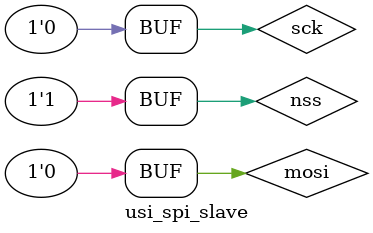
<source format=v>
module usi_spi_slave();

`define sck_in tb.x_soc.x_apb.usi0_sclk_in
`define sck_ie tb.x_soc.x_apb.usi0_sclk_ie
`define sck_out tb.x_soc.x_apb.usi0_sclk_out
`define sck_oe tb.x_soc.x_apb.usi0_sclk_oe

`define mosi_in tb.x_soc.x_apb.usi0_sd0_in
`define mosi_ie tb.x_soc.x_apb.usi0_sd0_ie
`define mosi_out tb.x_soc.x_apb.usi0_sd0_out
`define mosi_oe tb.x_soc.x_apb.usi0_sd0_oe

`define miso_in tb.x_soc.x_apb.usi0_sd1_in
`define miso_ie tb.x_soc.x_apb.usi0_sd1_ie
`define miso_out tb.x_soc.x_apb.usi0_sd1_out
`define miso_oe tb.x_soc.x_apb.usi0_sd1_oe

`define nss_in tb.x_soc.x_apb.usi0_nss_in
`define nss_ie tb.x_soc.x_apb.usi0_nss_ie
`define nss_out tb.x_soc.x_apb.usi0_nss_out
`define nss_oe tb.x_soc.x_apb.usi0_nss_oe

`define rst tb.x_soc.pad_cpu_rst_b

parameter delay=500;

wire miso;
reg mosi;
reg sck;
reg nss;
reg [15:0] test_data;

//assign sck = `sck_oe?`sck_out:1'bz;
assign `sck_in = `sck_ie?sck:1'bz;

//assign mosi = `mosi_oe?`mosi_out:1'bz;
assign `mosi_in = `mosi_ie?mosi:1'bz;

assign miso = `miso_oe?`miso_out:1'bz;
assign `miso_in = `miso_ie?miso:1'bz;

//assign nss = `nss_oe?`nss_out:1'bz;
assign `nss_in = `nss_ie?nss:1'bz;

task spi_do;
    input [7:0]spi_in;
    begin
    #(2*delay)
    nss=1'b0;
    mosi=spi_in[7];
    #(delay)
    sck=1'b1;
    #(delay)
    sck=1'b0;
    mosi=spi_in[6];
    #(delay)
    sck=1'b1;
    #(delay)
    sck=1'b0;
    mosi=spi_in[5];
    #(delay)
    sck=1'b1;
    #(delay)
    sck=1'b0;
    mosi=spi_in[4];
    #(delay)
    sck=1'b1;
    #(delay)
    sck=1'b0;
    mosi=spi_in[3];
    #(delay)
    sck=1'b1;
    #(delay)
    sck=1'b0;
    mosi=spi_in[2];
    #(delay)
    sck=1'b1;
    #(delay)
    sck=1'b0;
    mosi=spi_in[1];
    #(delay)
    sck=1'b1;
    #(delay)
    sck=1'b0;
    mosi=spi_in[0];
    #(delay)
    sck=1'b1;
    #(delay)
    sck=1'b0;
    #(delay)
    nss=1'b1;
    end
endtask


initial
begin
   $display("************Test Begin************");
   #55000
   nss=1'b1;
   sck=1'b0;
   $display("************SPI Trans 0x12************");
   spi_do(8'h12);
   $display("************SPI Trans 0x34************");
   spi_do(8'h34);
   $display("************SPI Trans 0x56************");
   spi_do(8'h56);
   $display("************SPI Trans 0x78************");
   spi_do(8'h78);
end
endmodule


</source>
